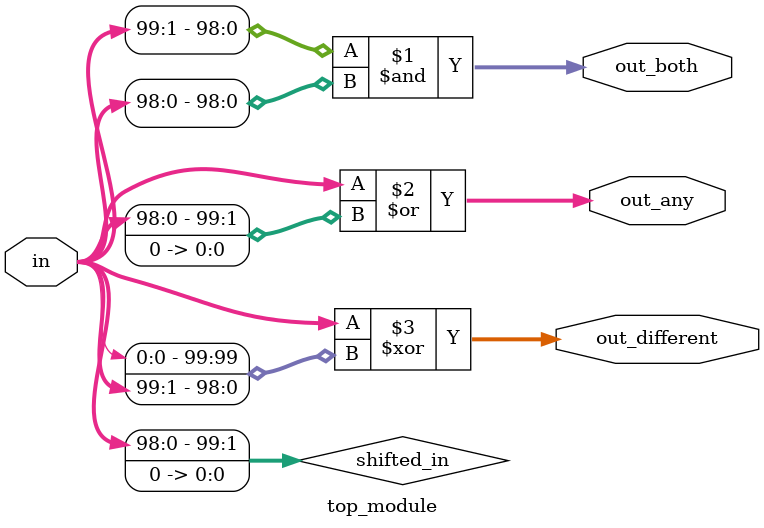
<source format=sv>
module top_module (
    input [99:0] in,
    output [98:0] out_both,
    output [99:0] out_any,
    output [99:0] out_different
);

    wire [99:0] shifted_in = {in[98:0], 1'b0};

    assign out_both = in[99:1] & in[98:0];
    assign out_any = in | shifted_in;
    assign out_different = in ^ {in[0], in[99:1]};

endmodule

</source>
